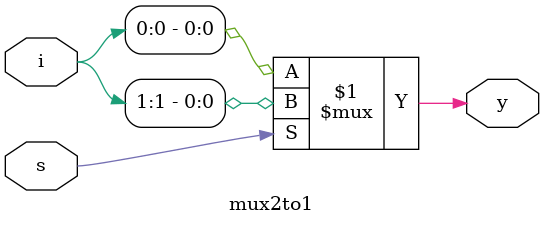
<source format=v>
module mux2to1(
    input [0:1] i,
    input s,
    output y
    );
    assign y = s ? i[1]:i[0];
endmodule

</source>
